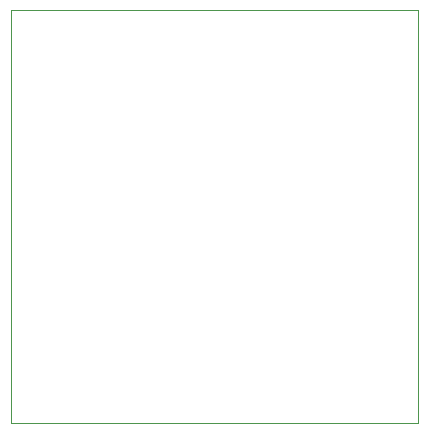
<source format=gbr>
%TF.GenerationSoftware,KiCad,Pcbnew,9.0.2*%
%TF.CreationDate,2025-07-25T11:07:30+05:30*%
%TF.ProjectId,IR_RX,49525f52-582e-46b6-9963-61645f706362,rev?*%
%TF.SameCoordinates,Original*%
%TF.FileFunction,Profile,NP*%
%FSLAX46Y46*%
G04 Gerber Fmt 4.6, Leading zero omitted, Abs format (unit mm)*
G04 Created by KiCad (PCBNEW 9.0.2) date 2025-07-25 11:07:30*
%MOMM*%
%LPD*%
G01*
G04 APERTURE LIST*
%TA.AperFunction,Profile*%
%ADD10C,0.050000*%
%TD*%
G04 APERTURE END LIST*
D10*
X111000000Y-94500000D02*
X145500000Y-94500000D01*
X145500000Y-129500000D01*
X111000000Y-129500000D01*
X111000000Y-94500000D01*
M02*

</source>
